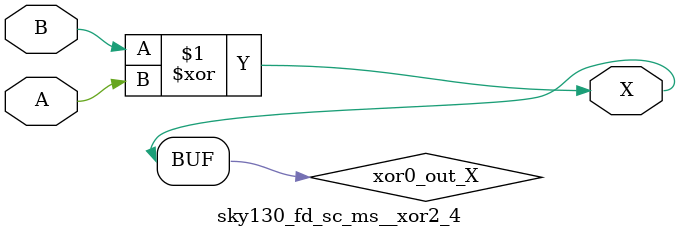
<source format=v>
/*
 * Copyright 2020 The SkyWater PDK Authors
 *
 * Licensed under the Apache License, Version 2.0 (the "License");
 * you may not use this file except in compliance with the License.
 * You may obtain a copy of the License at
 *
 *     https://www.apache.org/licenses/LICENSE-2.0
 *
 * Unless required by applicable law or agreed to in writing, software
 * distributed under the License is distributed on an "AS IS" BASIS,
 * WITHOUT WARRANTIES OR CONDITIONS OF ANY KIND, either express or implied.
 * See the License for the specific language governing permissions and
 * limitations under the License.
 *
 * SPDX-License-Identifier: Apache-2.0
*/


`ifndef SKY130_FD_SC_MS__XOR2_4_FUNCTIONAL_V
`define SKY130_FD_SC_MS__XOR2_4_FUNCTIONAL_V

/**
 * xor2: 2-input exclusive OR.
 *
 *       X = A ^ B
 *
 * Verilog simulation functional model.
 */

`timescale 1ns / 1ps
`default_nettype none

`celldefine
module sky130_fd_sc_ms__xor2_4 (
    X,
    A,
    B
);

    // Module ports
    output X;
    input  A;
    input  B;

    // Local signals
    wire xor0_out_X;

    //  Name  Output      Other arguments
    xor xor0 (xor0_out_X, B, A           );
    buf buf0 (X         , xor0_out_X     );

endmodule
`endcelldefine

`default_nettype wire
`endif  // SKY130_FD_SC_MS__XOR2_4_FUNCTIONAL_V

</source>
